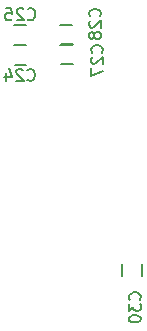
<source format=gbo>
G04 #@! TF.FileFunction,Legend,Bot*
%FSLAX46Y46*%
G04 Gerber Fmt 4.6, Leading zero omitted, Abs format (unit mm)*
G04 Created by KiCad (PCBNEW 4.0.0-rc1-stable) date 29/02/2016 1:35:43 AM*
%MOMM*%
G01*
G04 APERTURE LIST*
%ADD10C,0.100000*%
%ADD11C,0.150000*%
G04 APERTURE END LIST*
D10*
D11*
X90060000Y-74200000D02*
X90060000Y-73200000D01*
X91760000Y-73200000D02*
X91760000Y-74200000D01*
X80940000Y-54640000D02*
X81940000Y-54640000D01*
X81940000Y-56340000D02*
X80940000Y-56340000D01*
X80910000Y-52990000D02*
X81910000Y-52990000D01*
X81910000Y-54690000D02*
X80910000Y-54690000D01*
X85860000Y-56260000D02*
X84860000Y-56260000D01*
X84860000Y-54560000D02*
X85860000Y-54560000D01*
X85820000Y-54660000D02*
X84820000Y-54660000D01*
X84820000Y-52960000D02*
X85820000Y-52960000D01*
X91527143Y-76237143D02*
X91574762Y-76189524D01*
X91622381Y-76046667D01*
X91622381Y-75951429D01*
X91574762Y-75808571D01*
X91479524Y-75713333D01*
X91384286Y-75665714D01*
X91193810Y-75618095D01*
X91050952Y-75618095D01*
X90860476Y-75665714D01*
X90765238Y-75713333D01*
X90670000Y-75808571D01*
X90622381Y-75951429D01*
X90622381Y-76046667D01*
X90670000Y-76189524D01*
X90717619Y-76237143D01*
X90622381Y-76570476D02*
X90622381Y-77189524D01*
X91003333Y-76856190D01*
X91003333Y-76999048D01*
X91050952Y-77094286D01*
X91098571Y-77141905D01*
X91193810Y-77189524D01*
X91431905Y-77189524D01*
X91527143Y-77141905D01*
X91574762Y-77094286D01*
X91622381Y-76999048D01*
X91622381Y-76713333D01*
X91574762Y-76618095D01*
X91527143Y-76570476D01*
X90622381Y-77808571D02*
X90622381Y-77903810D01*
X90670000Y-77999048D01*
X90717619Y-78046667D01*
X90812857Y-78094286D01*
X91003333Y-78141905D01*
X91241429Y-78141905D01*
X91431905Y-78094286D01*
X91527143Y-78046667D01*
X91574762Y-77999048D01*
X91622381Y-77903810D01*
X91622381Y-77808571D01*
X91574762Y-77713333D01*
X91527143Y-77665714D01*
X91431905Y-77618095D01*
X91241429Y-77570476D01*
X91003333Y-77570476D01*
X90812857Y-77618095D01*
X90717619Y-77665714D01*
X90670000Y-77713333D01*
X90622381Y-77808571D01*
X82032857Y-57607143D02*
X82080476Y-57654762D01*
X82223333Y-57702381D01*
X82318571Y-57702381D01*
X82461429Y-57654762D01*
X82556667Y-57559524D01*
X82604286Y-57464286D01*
X82651905Y-57273810D01*
X82651905Y-57130952D01*
X82604286Y-56940476D01*
X82556667Y-56845238D01*
X82461429Y-56750000D01*
X82318571Y-56702381D01*
X82223333Y-56702381D01*
X82080476Y-56750000D01*
X82032857Y-56797619D01*
X81651905Y-56797619D02*
X81604286Y-56750000D01*
X81509048Y-56702381D01*
X81270952Y-56702381D01*
X81175714Y-56750000D01*
X81128095Y-56797619D01*
X81080476Y-56892857D01*
X81080476Y-56988095D01*
X81128095Y-57130952D01*
X81699524Y-57702381D01*
X81080476Y-57702381D01*
X80223333Y-57035714D02*
X80223333Y-57702381D01*
X80461429Y-56654762D02*
X80699524Y-57369048D01*
X80080476Y-57369048D01*
X82062857Y-52467143D02*
X82110476Y-52514762D01*
X82253333Y-52562381D01*
X82348571Y-52562381D01*
X82491429Y-52514762D01*
X82586667Y-52419524D01*
X82634286Y-52324286D01*
X82681905Y-52133810D01*
X82681905Y-51990952D01*
X82634286Y-51800476D01*
X82586667Y-51705238D01*
X82491429Y-51610000D01*
X82348571Y-51562381D01*
X82253333Y-51562381D01*
X82110476Y-51610000D01*
X82062857Y-51657619D01*
X81681905Y-51657619D02*
X81634286Y-51610000D01*
X81539048Y-51562381D01*
X81300952Y-51562381D01*
X81205714Y-51610000D01*
X81158095Y-51657619D01*
X81110476Y-51752857D01*
X81110476Y-51848095D01*
X81158095Y-51990952D01*
X81729524Y-52562381D01*
X81110476Y-52562381D01*
X80205714Y-51562381D02*
X80681905Y-51562381D01*
X80729524Y-52038571D01*
X80681905Y-51990952D01*
X80586667Y-51943333D01*
X80348571Y-51943333D01*
X80253333Y-51990952D01*
X80205714Y-52038571D01*
X80158095Y-52133810D01*
X80158095Y-52371905D01*
X80205714Y-52467143D01*
X80253333Y-52514762D01*
X80348571Y-52562381D01*
X80586667Y-52562381D01*
X80681905Y-52514762D01*
X80729524Y-52467143D01*
X88317143Y-55317143D02*
X88364762Y-55269524D01*
X88412381Y-55126667D01*
X88412381Y-55031429D01*
X88364762Y-54888571D01*
X88269524Y-54793333D01*
X88174286Y-54745714D01*
X87983810Y-54698095D01*
X87840952Y-54698095D01*
X87650476Y-54745714D01*
X87555238Y-54793333D01*
X87460000Y-54888571D01*
X87412381Y-55031429D01*
X87412381Y-55126667D01*
X87460000Y-55269524D01*
X87507619Y-55317143D01*
X87507619Y-55698095D02*
X87460000Y-55745714D01*
X87412381Y-55840952D01*
X87412381Y-56079048D01*
X87460000Y-56174286D01*
X87507619Y-56221905D01*
X87602857Y-56269524D01*
X87698095Y-56269524D01*
X87840952Y-56221905D01*
X88412381Y-55650476D01*
X88412381Y-56269524D01*
X87412381Y-56602857D02*
X87412381Y-57269524D01*
X88412381Y-56840952D01*
X88147143Y-52247143D02*
X88194762Y-52199524D01*
X88242381Y-52056667D01*
X88242381Y-51961429D01*
X88194762Y-51818571D01*
X88099524Y-51723333D01*
X88004286Y-51675714D01*
X87813810Y-51628095D01*
X87670952Y-51628095D01*
X87480476Y-51675714D01*
X87385238Y-51723333D01*
X87290000Y-51818571D01*
X87242381Y-51961429D01*
X87242381Y-52056667D01*
X87290000Y-52199524D01*
X87337619Y-52247143D01*
X87337619Y-52628095D02*
X87290000Y-52675714D01*
X87242381Y-52770952D01*
X87242381Y-53009048D01*
X87290000Y-53104286D01*
X87337619Y-53151905D01*
X87432857Y-53199524D01*
X87528095Y-53199524D01*
X87670952Y-53151905D01*
X88242381Y-52580476D01*
X88242381Y-53199524D01*
X87670952Y-53770952D02*
X87623333Y-53675714D01*
X87575714Y-53628095D01*
X87480476Y-53580476D01*
X87432857Y-53580476D01*
X87337619Y-53628095D01*
X87290000Y-53675714D01*
X87242381Y-53770952D01*
X87242381Y-53961429D01*
X87290000Y-54056667D01*
X87337619Y-54104286D01*
X87432857Y-54151905D01*
X87480476Y-54151905D01*
X87575714Y-54104286D01*
X87623333Y-54056667D01*
X87670952Y-53961429D01*
X87670952Y-53770952D01*
X87718571Y-53675714D01*
X87766190Y-53628095D01*
X87861429Y-53580476D01*
X88051905Y-53580476D01*
X88147143Y-53628095D01*
X88194762Y-53675714D01*
X88242381Y-53770952D01*
X88242381Y-53961429D01*
X88194762Y-54056667D01*
X88147143Y-54104286D01*
X88051905Y-54151905D01*
X87861429Y-54151905D01*
X87766190Y-54104286D01*
X87718571Y-54056667D01*
X87670952Y-53961429D01*
M02*

</source>
